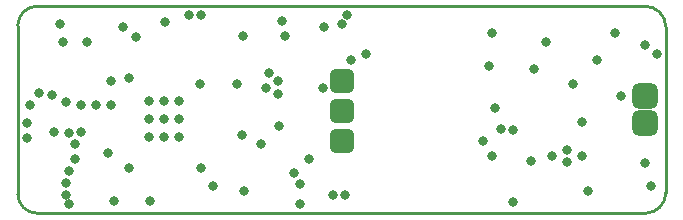
<source format=gbs>
G04*
G04 #@! TF.GenerationSoftware,Altium Limited,Altium Designer,20.2.6 (244)*
G04*
G04 Layer_Color=16711935*
%FSLAX25Y25*%
%MOIN*%
G70*
G04*
G04 #@! TF.SameCoordinates,535AE1F0-9979-4E68-9054-F600688F37C9*
G04*
G04*
G04 #@! TF.FilePolarity,Negative*
G04*
G01*
G75*
%ADD10C,0.01000*%
%ADD71C,0.03300*%
G04:AMPARAMS|DCode=78|XSize=86.74mil|YSize=86.74mil|CornerRadius=23.68mil|HoleSize=0mil|Usage=FLASHONLY|Rotation=0.000|XOffset=0mil|YOffset=0mil|HoleType=Round|Shape=RoundedRectangle|*
%AMROUNDEDRECTD78*
21,1,0.08674,0.03937,0,0,0.0*
21,1,0.03937,0.08674,0,0,0.0*
1,1,0.04737,0.01968,-0.01968*
1,1,0.04737,-0.01968,-0.01968*
1,1,0.04737,-0.01968,0.01968*
1,1,0.04737,0.01968,0.01968*
%
%ADD78ROUNDEDRECTD78*%
G04:AMPARAMS|DCode=79|XSize=83mil|YSize=83mil|CornerRadius=22.75mil|HoleSize=0mil|Usage=FLASHONLY|Rotation=270.000|XOffset=0mil|YOffset=0mil|HoleType=Round|Shape=RoundedRectangle|*
%AMROUNDEDRECTD79*
21,1,0.08300,0.03750,0,0,270.0*
21,1,0.03750,0.08300,0,0,270.0*
1,1,0.04550,-0.01875,-0.01875*
1,1,0.04550,-0.01875,0.01875*
1,1,0.04550,0.01875,0.01875*
1,1,0.04550,0.01875,-0.01875*
%
%ADD79ROUNDEDRECTD79*%
D10*
X215996Y62174D02*
G03*
X209000Y69000I-6828J0D01*
G01*
X209172Y0D02*
G03*
X216000Y6828I0J6828D01*
G01*
X6449Y69000D02*
G03*
X0Y62550I0J-6449D01*
G01*
Y6449D02*
G03*
X6449Y0I6449J0D01*
G01*
X216000Y6828D02*
Y62174D01*
X6449Y0D02*
X209172D01*
X6449Y69000D02*
X209000D01*
X0Y6449D02*
Y62550D01*
D71*
X11500Y39500D02*
D03*
X17000Y3000D02*
D03*
X16000Y6000D02*
D03*
Y10000D02*
D03*
X17000Y26855D02*
D03*
X116000Y53000D02*
D03*
X213000D02*
D03*
X211000Y9000D02*
D03*
X155000Y24000D02*
D03*
X157000Y49000D02*
D03*
X176000Y57000D02*
D03*
X193000Y51000D02*
D03*
X172000Y48000D02*
D03*
X23000Y57000D02*
D03*
X15000D02*
D03*
X35000Y62000D02*
D03*
X75136Y59162D02*
D03*
X102000Y62000D02*
D03*
X39278Y58743D02*
D03*
X14000Y63000D02*
D03*
X37000Y45000D02*
D03*
X87000Y29000D02*
D03*
X81000Y23000D02*
D03*
X109850Y66150D02*
D03*
X88000Y64000D02*
D03*
X89000Y59000D02*
D03*
X159000Y35000D02*
D03*
X158000Y60000D02*
D03*
X108000Y63000D02*
D03*
X199000Y60000D02*
D03*
X97000Y18000D02*
D03*
X92000Y13500D02*
D03*
X209000Y56000D02*
D03*
X185000Y43150D02*
D03*
X158000Y19000D02*
D03*
X161000Y28000D02*
D03*
X201000Y39000D02*
D03*
X209114Y16666D02*
D03*
X165114Y3666D02*
D03*
Y27666D02*
D03*
X190114Y7469D02*
D03*
X183004Y16965D02*
D03*
Y20965D02*
D03*
X177985Y18965D02*
D03*
X188024D02*
D03*
X171114Y17469D02*
D03*
X188059Y30319D02*
D03*
X86709Y44056D02*
D03*
X105000Y6000D02*
D03*
X111000Y51000D02*
D03*
X101709Y41906D02*
D03*
X109000Y6000D02*
D03*
X49000Y63850D02*
D03*
X94068Y9720D02*
D03*
X86709Y39755D02*
D03*
X43614Y37512D02*
D03*
X53614D02*
D03*
X48614D02*
D03*
X43614Y31512D02*
D03*
Y25512D02*
D03*
X48614D02*
D03*
X53614D02*
D03*
Y31512D02*
D03*
X48614D02*
D03*
X31000Y36000D02*
D03*
X57000Y66000D02*
D03*
X61000D02*
D03*
X94000Y3000D02*
D03*
X16000Y37000D02*
D03*
X32000Y4000D02*
D03*
X44000D02*
D03*
X6937Y40000D02*
D03*
X3000Y30000D02*
D03*
Y25000D02*
D03*
X4000Y36000D02*
D03*
X21000D02*
D03*
X26000D02*
D03*
X21000Y27000D02*
D03*
X12000D02*
D03*
X60681Y43000D02*
D03*
X61000Y15000D02*
D03*
X65000Y9000D02*
D03*
X83709Y46905D02*
D03*
X82709Y41906D02*
D03*
X73000Y43000D02*
D03*
X74850Y26000D02*
D03*
X37000Y15000D02*
D03*
X31000Y44000D02*
D03*
X30000Y20000D02*
D03*
X75339Y7559D02*
D03*
X17000Y14000D02*
D03*
X19000Y18000D02*
D03*
Y23000D02*
D03*
D78*
X209000Y30000D02*
D03*
Y39000D02*
D03*
D79*
X108000Y44000D02*
D03*
Y34000D02*
D03*
Y24000D02*
D03*
M02*

</source>
